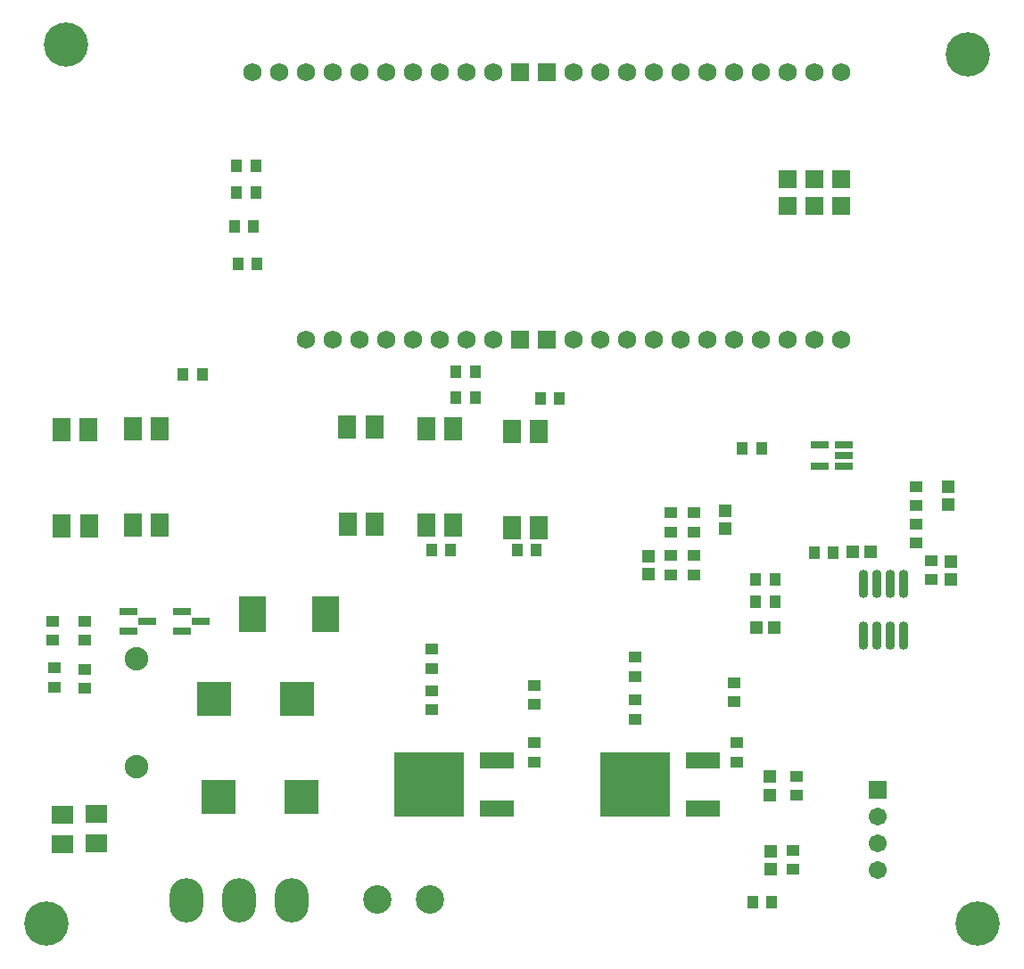
<source format=gts>
G04*
G04 #@! TF.GenerationSoftware,Altium Limited,Altium Designer,18.0.12 (696)*
G04*
G04 Layer_Color=8388736*
%FSLAX25Y25*%
%MOIN*%
G70*
G01*
G75*
%ADD26R,0.04540X0.03950*%
%ADD27O,0.03556X0.10642*%
%ADD28R,0.10249X0.13792*%
%ADD29R,0.06902X0.02965*%
%ADD30R,0.07887X0.07099*%
%ADD31R,0.04737X0.05131*%
%ADD32R,0.05131X0.04737*%
%ADD33R,0.03950X0.04540*%
%ADD34R,0.12611X0.06312*%
%ADD35R,0.26391X0.24422*%
%ADD36R,0.06706X0.08800*%
%ADD37R,0.06800X0.06800*%
%ADD38C,0.06800*%
%ADD39R,0.12611X0.12611*%
%ADD40O,0.12611X0.16548*%
%ADD41C,0.10642*%
%ADD42C,0.08800*%
%ADD43C,0.06706*%
%ADD44R,0.06706X0.06706*%
%ADD45C,0.16548*%
D26*
X334364Y33657D02*
D03*
Y40743D02*
D03*
X282883Y-74743D02*
D03*
Y-67657D02*
D03*
X284136Y-47043D02*
D03*
Y-39957D02*
D03*
X328736Y61257D02*
D03*
Y68343D02*
D03*
X237264Y58543D02*
D03*
Y51457D02*
D03*
X223736Y-18543D02*
D03*
Y-11457D02*
D03*
Y-2543D02*
D03*
Y4543D02*
D03*
X328736Y47257D02*
D03*
Y54343D02*
D03*
X245736Y51457D02*
D03*
Y58543D02*
D03*
X186236Y-34543D02*
D03*
Y-27457D02*
D03*
Y-13043D02*
D03*
Y-5957D02*
D03*
X6736Y-6543D02*
D03*
Y543D02*
D03*
X6236Y10957D02*
D03*
Y18043D02*
D03*
X261736Y-34543D02*
D03*
Y-27457D02*
D03*
X260736Y-12043D02*
D03*
Y-4957D02*
D03*
X237236Y35457D02*
D03*
Y42543D02*
D03*
X147736Y-15043D02*
D03*
Y-7957D02*
D03*
Y457D02*
D03*
Y7543D02*
D03*
X245764Y42543D02*
D03*
Y35457D02*
D03*
X18028Y47D02*
D03*
Y-7040D02*
D03*
X18264Y18043D02*
D03*
Y10957D02*
D03*
D27*
X309300Y12754D02*
D03*
X314300D02*
D03*
X319300D02*
D03*
X324300D02*
D03*
X309300Y32046D02*
D03*
X314300D02*
D03*
X319300D02*
D03*
X324300D02*
D03*
D28*
X80919Y20700D02*
D03*
X108281D02*
D03*
D29*
X292900Y83900D02*
D03*
Y75900D02*
D03*
X301900D02*
D03*
Y79900D02*
D03*
Y83900D02*
D03*
X34358Y21740D02*
D03*
Y14260D02*
D03*
X41642Y18000D02*
D03*
X61642D02*
D03*
X54358Y14260D02*
D03*
Y21740D02*
D03*
D30*
X9700Y-65212D02*
D03*
Y-54188D02*
D03*
X22500Y-65012D02*
D03*
Y-53988D02*
D03*
D31*
X340800Y61507D02*
D03*
Y68200D02*
D03*
X341900Y33754D02*
D03*
Y40446D02*
D03*
X274100Y-40154D02*
D03*
Y-46846D02*
D03*
X274600Y-67953D02*
D03*
Y-74647D02*
D03*
X257500Y52653D02*
D03*
Y59346D02*
D03*
X229000Y35654D02*
D03*
Y42347D02*
D03*
D32*
X305153Y44000D02*
D03*
X311846D02*
D03*
X269153Y15500D02*
D03*
X275847D02*
D03*
D33*
X267900Y-87000D02*
D03*
X274987D02*
D03*
X154887Y44700D02*
D03*
X147800D02*
D03*
X62043Y110236D02*
D03*
X54957D02*
D03*
X195543Y101236D02*
D03*
X188457D02*
D03*
X81143Y165636D02*
D03*
X74057D02*
D03*
X164043Y111236D02*
D03*
X156957D02*
D03*
X290900Y43600D02*
D03*
X297987D02*
D03*
X179700Y44700D02*
D03*
X186787D02*
D03*
X271043Y82536D02*
D03*
X263957D02*
D03*
X164043Y101736D02*
D03*
X156957D02*
D03*
X268957Y25264D02*
D03*
X276043D02*
D03*
X276043Y33736D02*
D03*
X268957D02*
D03*
X82043Y178236D02*
D03*
X74957D02*
D03*
X82043Y188236D02*
D03*
X74957D02*
D03*
X82543Y151736D02*
D03*
X75457D02*
D03*
D34*
X172114Y-52055D02*
D03*
Y-33945D02*
D03*
X249114D02*
D03*
Y-52055D02*
D03*
D35*
X146878Y-43000D02*
D03*
X223878D02*
D03*
D36*
X126347Y90495D02*
D03*
X116308D02*
D03*
X126387Y54393D02*
D03*
X116387D02*
D03*
X187847Y88995D02*
D03*
X177808D02*
D03*
X187887Y52893D02*
D03*
X177887D02*
D03*
X9653Y53505D02*
D03*
X19692D02*
D03*
X9613Y89607D02*
D03*
X19613D02*
D03*
X36153Y54005D02*
D03*
X46192D02*
D03*
X36113Y90107D02*
D03*
X46113D02*
D03*
X155847Y89995D02*
D03*
X145808D02*
D03*
X155887Y53893D02*
D03*
X145887D02*
D03*
D37*
X181000Y223300D02*
D03*
X191000D02*
D03*
X301000Y183300D02*
D03*
X291000D02*
D03*
X281000D02*
D03*
X191000Y123300D02*
D03*
X181000D02*
D03*
X281000Y173300D02*
D03*
X291000D02*
D03*
X301000D02*
D03*
D38*
Y223300D02*
D03*
X291000D02*
D03*
X281000D02*
D03*
X271000D02*
D03*
X261000D02*
D03*
X251000D02*
D03*
X241000D02*
D03*
X231000D02*
D03*
X221000D02*
D03*
X211000D02*
D03*
X201000D02*
D03*
X171000D02*
D03*
X161000D02*
D03*
X151000D02*
D03*
X141000D02*
D03*
X131000D02*
D03*
X121000D02*
D03*
X111000D02*
D03*
X101000D02*
D03*
X301000Y123300D02*
D03*
X291000D02*
D03*
X281000D02*
D03*
X261000D02*
D03*
X251000D02*
D03*
X241000D02*
D03*
X231000D02*
D03*
X221000D02*
D03*
X211000D02*
D03*
X201000D02*
D03*
X171000D02*
D03*
X161000D02*
D03*
X151000D02*
D03*
X141000D02*
D03*
X131000D02*
D03*
X121000D02*
D03*
X111000D02*
D03*
X101000D02*
D03*
X271000D02*
D03*
X81000Y223300D02*
D03*
X91000D02*
D03*
D39*
X99100Y-47794D02*
D03*
X68100Y-47700D02*
D03*
X66500Y-10905D02*
D03*
X97500Y-11000D02*
D03*
D40*
X56130Y-86500D02*
D03*
X75815Y-86500D02*
D03*
X95500D02*
D03*
D41*
X127626Y-85969D02*
D03*
X147311D02*
D03*
D42*
X37500Y4000D02*
D03*
Y-36500D02*
D03*
D43*
X314600Y-75000D02*
D03*
Y-65000D02*
D03*
Y-55000D02*
D03*
D44*
Y-45000D02*
D03*
D45*
X11300Y233500D02*
D03*
X348100Y230000D02*
D03*
X3900Y-95100D02*
D03*
X352000D02*
D03*
M02*

</source>
